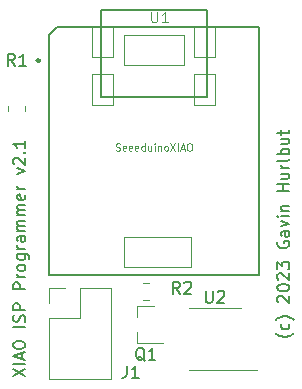
<source format=gbr>
%TF.GenerationSoftware,KiCad,Pcbnew,6.0.11-2627ca5db0~126~ubuntu22.04.1*%
%TF.CreationDate,2023-02-08T16:30:42-05:00*%
%TF.ProjectId,xiao-isp-programmer,7869616f-2d69-4737-902d-70726f677261,2.1*%
%TF.SameCoordinates,Original*%
%TF.FileFunction,Legend,Top*%
%TF.FilePolarity,Positive*%
%FSLAX46Y46*%
G04 Gerber Fmt 4.6, Leading zero omitted, Abs format (unit mm)*
G04 Created by KiCad (PCBNEW 6.0.11-2627ca5db0~126~ubuntu22.04.1) date 2023-02-08 16:30:42*
%MOMM*%
%LPD*%
G01*
G04 APERTURE LIST*
%ADD10C,0.150000*%
%ADD11C,0.101600*%
%ADD12C,0.076200*%
%ADD13C,0.254000*%
%ADD14C,0.127000*%
%ADD15C,0.066040*%
%ADD16C,0.120000*%
G04 APERTURE END LIST*
D10*
X68905333Y-170940952D02*
X68857714Y-170988571D01*
X68714857Y-171083809D01*
X68619619Y-171131428D01*
X68476761Y-171179047D01*
X68238666Y-171226666D01*
X68048190Y-171226666D01*
X67810095Y-171179047D01*
X67667238Y-171131428D01*
X67572000Y-171083809D01*
X67429142Y-170988571D01*
X67381523Y-170940952D01*
X68476761Y-170131428D02*
X68524380Y-170226666D01*
X68524380Y-170417142D01*
X68476761Y-170512380D01*
X68429142Y-170560000D01*
X68333904Y-170607619D01*
X68048190Y-170607619D01*
X67952952Y-170560000D01*
X67905333Y-170512380D01*
X67857714Y-170417142D01*
X67857714Y-170226666D01*
X67905333Y-170131428D01*
X68905333Y-169798095D02*
X68857714Y-169750476D01*
X68714857Y-169655238D01*
X68619619Y-169607619D01*
X68476761Y-169560000D01*
X68238666Y-169512380D01*
X68048190Y-169512380D01*
X67810095Y-169560000D01*
X67667238Y-169607619D01*
X67572000Y-169655238D01*
X67429142Y-169750476D01*
X67381523Y-169798095D01*
X67619619Y-168321904D02*
X67572000Y-168274285D01*
X67524380Y-168179047D01*
X67524380Y-167940952D01*
X67572000Y-167845714D01*
X67619619Y-167798095D01*
X67714857Y-167750476D01*
X67810095Y-167750476D01*
X67952952Y-167798095D01*
X68524380Y-168369523D01*
X68524380Y-167750476D01*
X67524380Y-167131428D02*
X67524380Y-167036190D01*
X67572000Y-166940952D01*
X67619619Y-166893333D01*
X67714857Y-166845714D01*
X67905333Y-166798095D01*
X68143428Y-166798095D01*
X68333904Y-166845714D01*
X68429142Y-166893333D01*
X68476761Y-166940952D01*
X68524380Y-167036190D01*
X68524380Y-167131428D01*
X68476761Y-167226666D01*
X68429142Y-167274285D01*
X68333904Y-167321904D01*
X68143428Y-167369523D01*
X67905333Y-167369523D01*
X67714857Y-167321904D01*
X67619619Y-167274285D01*
X67572000Y-167226666D01*
X67524380Y-167131428D01*
X67619619Y-166417142D02*
X67572000Y-166369523D01*
X67524380Y-166274285D01*
X67524380Y-166036190D01*
X67572000Y-165940952D01*
X67619619Y-165893333D01*
X67714857Y-165845714D01*
X67810095Y-165845714D01*
X67952952Y-165893333D01*
X68524380Y-166464761D01*
X68524380Y-165845714D01*
X67524380Y-165512380D02*
X67524380Y-164893333D01*
X67905333Y-165226666D01*
X67905333Y-165083809D01*
X67952952Y-164988571D01*
X68000571Y-164940952D01*
X68095809Y-164893333D01*
X68333904Y-164893333D01*
X68429142Y-164940952D01*
X68476761Y-164988571D01*
X68524380Y-165083809D01*
X68524380Y-165369523D01*
X68476761Y-165464761D01*
X68429142Y-165512380D01*
X67572000Y-163179047D02*
X67524380Y-163274285D01*
X67524380Y-163417142D01*
X67572000Y-163560000D01*
X67667238Y-163655238D01*
X67762476Y-163702857D01*
X67952952Y-163750476D01*
X68095809Y-163750476D01*
X68286285Y-163702857D01*
X68381523Y-163655238D01*
X68476761Y-163560000D01*
X68524380Y-163417142D01*
X68524380Y-163321904D01*
X68476761Y-163179047D01*
X68429142Y-163131428D01*
X68095809Y-163131428D01*
X68095809Y-163321904D01*
X68524380Y-162274285D02*
X68000571Y-162274285D01*
X67905333Y-162321904D01*
X67857714Y-162417142D01*
X67857714Y-162607619D01*
X67905333Y-162702857D01*
X68476761Y-162274285D02*
X68524380Y-162369523D01*
X68524380Y-162607619D01*
X68476761Y-162702857D01*
X68381523Y-162750476D01*
X68286285Y-162750476D01*
X68191047Y-162702857D01*
X68143428Y-162607619D01*
X68143428Y-162369523D01*
X68095809Y-162274285D01*
X67857714Y-161893333D02*
X68524380Y-161655238D01*
X67857714Y-161417142D01*
X68524380Y-161036190D02*
X67857714Y-161036190D01*
X67524380Y-161036190D02*
X67572000Y-161083809D01*
X67619619Y-161036190D01*
X67572000Y-160988571D01*
X67524380Y-161036190D01*
X67619619Y-161036190D01*
X67857714Y-160560000D02*
X68524380Y-160560000D01*
X67952952Y-160560000D02*
X67905333Y-160512380D01*
X67857714Y-160417142D01*
X67857714Y-160274285D01*
X67905333Y-160179047D01*
X68000571Y-160131428D01*
X68524380Y-160131428D01*
X68524380Y-158893333D02*
X67524380Y-158893333D01*
X68000571Y-158893333D02*
X68000571Y-158321904D01*
X68524380Y-158321904D02*
X67524380Y-158321904D01*
X67857714Y-157417142D02*
X68524380Y-157417142D01*
X67857714Y-157845714D02*
X68381523Y-157845714D01*
X68476761Y-157798095D01*
X68524380Y-157702857D01*
X68524380Y-157560000D01*
X68476761Y-157464761D01*
X68429142Y-157417142D01*
X68524380Y-156940952D02*
X67857714Y-156940952D01*
X68048190Y-156940952D02*
X67952952Y-156893333D01*
X67905333Y-156845714D01*
X67857714Y-156750476D01*
X67857714Y-156655238D01*
X68524380Y-156179047D02*
X68476761Y-156274285D01*
X68381523Y-156321904D01*
X67524380Y-156321904D01*
X68524380Y-155798095D02*
X67524380Y-155798095D01*
X67905333Y-155798095D02*
X67857714Y-155702857D01*
X67857714Y-155512380D01*
X67905333Y-155417142D01*
X67952952Y-155369523D01*
X68048190Y-155321904D01*
X68333904Y-155321904D01*
X68429142Y-155369523D01*
X68476761Y-155417142D01*
X68524380Y-155512380D01*
X68524380Y-155702857D01*
X68476761Y-155798095D01*
X67857714Y-154464761D02*
X68524380Y-154464761D01*
X67857714Y-154893333D02*
X68381523Y-154893333D01*
X68476761Y-154845714D01*
X68524380Y-154750476D01*
X68524380Y-154607619D01*
X68476761Y-154512380D01*
X68429142Y-154464761D01*
X67857714Y-154131428D02*
X67857714Y-153750476D01*
X67524380Y-153988571D02*
X68381523Y-153988571D01*
X68476761Y-153940952D01*
X68524380Y-153845714D01*
X68524380Y-153750476D01*
X45172380Y-174592000D02*
X46172380Y-173925333D01*
X45172380Y-173925333D02*
X46172380Y-174592000D01*
X46172380Y-173544380D02*
X45172380Y-173544380D01*
X45886666Y-173115809D02*
X45886666Y-172639619D01*
X46172380Y-173211047D02*
X45172380Y-172877714D01*
X46172380Y-172544380D01*
X45172380Y-172020571D02*
X45172380Y-171830095D01*
X45220000Y-171734857D01*
X45315238Y-171639619D01*
X45505714Y-171592000D01*
X45839047Y-171592000D01*
X46029523Y-171639619D01*
X46124761Y-171734857D01*
X46172380Y-171830095D01*
X46172380Y-172020571D01*
X46124761Y-172115809D01*
X46029523Y-172211047D01*
X45839047Y-172258666D01*
X45505714Y-172258666D01*
X45315238Y-172211047D01*
X45220000Y-172115809D01*
X45172380Y-172020571D01*
X46172380Y-170401523D02*
X45172380Y-170401523D01*
X46124761Y-169972952D02*
X46172380Y-169830095D01*
X46172380Y-169592000D01*
X46124761Y-169496761D01*
X46077142Y-169449142D01*
X45981904Y-169401523D01*
X45886666Y-169401523D01*
X45791428Y-169449142D01*
X45743809Y-169496761D01*
X45696190Y-169592000D01*
X45648571Y-169782476D01*
X45600952Y-169877714D01*
X45553333Y-169925333D01*
X45458095Y-169972952D01*
X45362857Y-169972952D01*
X45267619Y-169925333D01*
X45220000Y-169877714D01*
X45172380Y-169782476D01*
X45172380Y-169544380D01*
X45220000Y-169401523D01*
X46172380Y-168972952D02*
X45172380Y-168972952D01*
X45172380Y-168592000D01*
X45220000Y-168496761D01*
X45267619Y-168449142D01*
X45362857Y-168401523D01*
X45505714Y-168401523D01*
X45600952Y-168449142D01*
X45648571Y-168496761D01*
X45696190Y-168592000D01*
X45696190Y-168972952D01*
X46172380Y-167211047D02*
X45172380Y-167211047D01*
X45172380Y-166830095D01*
X45220000Y-166734857D01*
X45267619Y-166687238D01*
X45362857Y-166639619D01*
X45505714Y-166639619D01*
X45600952Y-166687238D01*
X45648571Y-166734857D01*
X45696190Y-166830095D01*
X45696190Y-167211047D01*
X46172380Y-166211047D02*
X45505714Y-166211047D01*
X45696190Y-166211047D02*
X45600952Y-166163428D01*
X45553333Y-166115809D01*
X45505714Y-166020571D01*
X45505714Y-165925333D01*
X46172380Y-165449142D02*
X46124761Y-165544380D01*
X46077142Y-165592000D01*
X45981904Y-165639619D01*
X45696190Y-165639619D01*
X45600952Y-165592000D01*
X45553333Y-165544380D01*
X45505714Y-165449142D01*
X45505714Y-165306285D01*
X45553333Y-165211047D01*
X45600952Y-165163428D01*
X45696190Y-165115809D01*
X45981904Y-165115809D01*
X46077142Y-165163428D01*
X46124761Y-165211047D01*
X46172380Y-165306285D01*
X46172380Y-165449142D01*
X45505714Y-164258666D02*
X46315238Y-164258666D01*
X46410476Y-164306285D01*
X46458095Y-164353904D01*
X46505714Y-164449142D01*
X46505714Y-164592000D01*
X46458095Y-164687238D01*
X46124761Y-164258666D02*
X46172380Y-164353904D01*
X46172380Y-164544380D01*
X46124761Y-164639619D01*
X46077142Y-164687238D01*
X45981904Y-164734857D01*
X45696190Y-164734857D01*
X45600952Y-164687238D01*
X45553333Y-164639619D01*
X45505714Y-164544380D01*
X45505714Y-164353904D01*
X45553333Y-164258666D01*
X46172380Y-163782476D02*
X45505714Y-163782476D01*
X45696190Y-163782476D02*
X45600952Y-163734857D01*
X45553333Y-163687238D01*
X45505714Y-163592000D01*
X45505714Y-163496761D01*
X46172380Y-162734857D02*
X45648571Y-162734857D01*
X45553333Y-162782476D01*
X45505714Y-162877714D01*
X45505714Y-163068190D01*
X45553333Y-163163428D01*
X46124761Y-162734857D02*
X46172380Y-162830095D01*
X46172380Y-163068190D01*
X46124761Y-163163428D01*
X46029523Y-163211047D01*
X45934285Y-163211047D01*
X45839047Y-163163428D01*
X45791428Y-163068190D01*
X45791428Y-162830095D01*
X45743809Y-162734857D01*
X46172380Y-162258666D02*
X45505714Y-162258666D01*
X45600952Y-162258666D02*
X45553333Y-162211047D01*
X45505714Y-162115809D01*
X45505714Y-161972952D01*
X45553333Y-161877714D01*
X45648571Y-161830095D01*
X46172380Y-161830095D01*
X45648571Y-161830095D02*
X45553333Y-161782476D01*
X45505714Y-161687238D01*
X45505714Y-161544380D01*
X45553333Y-161449142D01*
X45648571Y-161401523D01*
X46172380Y-161401523D01*
X46172380Y-160925333D02*
X45505714Y-160925333D01*
X45600952Y-160925333D02*
X45553333Y-160877714D01*
X45505714Y-160782476D01*
X45505714Y-160639619D01*
X45553333Y-160544380D01*
X45648571Y-160496761D01*
X46172380Y-160496761D01*
X45648571Y-160496761D02*
X45553333Y-160449142D01*
X45505714Y-160353904D01*
X45505714Y-160211047D01*
X45553333Y-160115809D01*
X45648571Y-160068190D01*
X46172380Y-160068190D01*
X46124761Y-159211047D02*
X46172380Y-159306285D01*
X46172380Y-159496761D01*
X46124761Y-159592000D01*
X46029523Y-159639619D01*
X45648571Y-159639619D01*
X45553333Y-159592000D01*
X45505714Y-159496761D01*
X45505714Y-159306285D01*
X45553333Y-159211047D01*
X45648571Y-159163428D01*
X45743809Y-159163428D01*
X45839047Y-159639619D01*
X46172380Y-158734857D02*
X45505714Y-158734857D01*
X45696190Y-158734857D02*
X45600952Y-158687238D01*
X45553333Y-158639619D01*
X45505714Y-158544380D01*
X45505714Y-158449142D01*
X45505714Y-157449142D02*
X46172380Y-157211047D01*
X45505714Y-156972952D01*
X45267619Y-156639619D02*
X45220000Y-156592000D01*
X45172380Y-156496761D01*
X45172380Y-156258666D01*
X45220000Y-156163428D01*
X45267619Y-156115809D01*
X45362857Y-156068190D01*
X45458095Y-156068190D01*
X45600952Y-156115809D01*
X46172380Y-156687238D01*
X46172380Y-156068190D01*
X46077142Y-155639619D02*
X46124761Y-155592000D01*
X46172380Y-155639619D01*
X46124761Y-155687238D01*
X46077142Y-155639619D01*
X46172380Y-155639619D01*
X46172380Y-154639619D02*
X46172380Y-155211047D01*
X46172380Y-154925333D02*
X45172380Y-154925333D01*
X45315238Y-155020571D01*
X45410476Y-155115809D01*
X45458095Y-155211047D01*
D11*
%TO.C,U1*%
X56840167Y-143729287D02*
X56840167Y-144448954D01*
X56882501Y-144533621D01*
X56924834Y-144575954D01*
X57009501Y-144618287D01*
X57178834Y-144618287D01*
X57263501Y-144575954D01*
X57305834Y-144533621D01*
X57348167Y-144448954D01*
X57348167Y-143729287D01*
X58237167Y-144618287D02*
X57729167Y-144618287D01*
X57983167Y-144618287D02*
X57983167Y-143729287D01*
X57898501Y-143856287D01*
X57813834Y-143940954D01*
X57729167Y-143983287D01*
D12*
X53850829Y-155448363D02*
X53937915Y-155477392D01*
X54083058Y-155477392D01*
X54141115Y-155448363D01*
X54170143Y-155419335D01*
X54199172Y-155361278D01*
X54199172Y-155303221D01*
X54170143Y-155245163D01*
X54141115Y-155216135D01*
X54083058Y-155187106D01*
X53966943Y-155158078D01*
X53908886Y-155129049D01*
X53879858Y-155100021D01*
X53850829Y-155041963D01*
X53850829Y-154983906D01*
X53879858Y-154925849D01*
X53908886Y-154896821D01*
X53966943Y-154867792D01*
X54112086Y-154867792D01*
X54199172Y-154896821D01*
X54692658Y-155448363D02*
X54634601Y-155477392D01*
X54518486Y-155477392D01*
X54460429Y-155448363D01*
X54431401Y-155390306D01*
X54431401Y-155158078D01*
X54460429Y-155100021D01*
X54518486Y-155070992D01*
X54634601Y-155070992D01*
X54692658Y-155100021D01*
X54721686Y-155158078D01*
X54721686Y-155216135D01*
X54431401Y-155274192D01*
X55215172Y-155448363D02*
X55157115Y-155477392D01*
X55041001Y-155477392D01*
X54982943Y-155448363D01*
X54953915Y-155390306D01*
X54953915Y-155158078D01*
X54982943Y-155100021D01*
X55041001Y-155070992D01*
X55157115Y-155070992D01*
X55215172Y-155100021D01*
X55244201Y-155158078D01*
X55244201Y-155216135D01*
X54953915Y-155274192D01*
X55737686Y-155448363D02*
X55679629Y-155477392D01*
X55563515Y-155477392D01*
X55505458Y-155448363D01*
X55476429Y-155390306D01*
X55476429Y-155158078D01*
X55505458Y-155100021D01*
X55563515Y-155070992D01*
X55679629Y-155070992D01*
X55737686Y-155100021D01*
X55766715Y-155158078D01*
X55766715Y-155216135D01*
X55476429Y-155274192D01*
X56289229Y-155477392D02*
X56289229Y-154867792D01*
X56289229Y-155448363D02*
X56231172Y-155477392D01*
X56115058Y-155477392D01*
X56057001Y-155448363D01*
X56027972Y-155419335D01*
X55998943Y-155361278D01*
X55998943Y-155187106D01*
X56027972Y-155129049D01*
X56057001Y-155100021D01*
X56115058Y-155070992D01*
X56231172Y-155070992D01*
X56289229Y-155100021D01*
X56840772Y-155070992D02*
X56840772Y-155477392D01*
X56579515Y-155070992D02*
X56579515Y-155390306D01*
X56608543Y-155448363D01*
X56666601Y-155477392D01*
X56753686Y-155477392D01*
X56811743Y-155448363D01*
X56840772Y-155419335D01*
X57131058Y-155477392D02*
X57131058Y-155070992D01*
X57131058Y-154867792D02*
X57102029Y-154896821D01*
X57131058Y-154925849D01*
X57160086Y-154896821D01*
X57131058Y-154867792D01*
X57131058Y-154925849D01*
X57421343Y-155070992D02*
X57421343Y-155477392D01*
X57421343Y-155129049D02*
X57450372Y-155100021D01*
X57508429Y-155070992D01*
X57595515Y-155070992D01*
X57653572Y-155100021D01*
X57682601Y-155158078D01*
X57682601Y-155477392D01*
X58059972Y-155477392D02*
X58001915Y-155448363D01*
X57972886Y-155419335D01*
X57943858Y-155361278D01*
X57943858Y-155187106D01*
X57972886Y-155129049D01*
X58001915Y-155100021D01*
X58059972Y-155070992D01*
X58147058Y-155070992D01*
X58205115Y-155100021D01*
X58234143Y-155129049D01*
X58263172Y-155187106D01*
X58263172Y-155361278D01*
X58234143Y-155419335D01*
X58205115Y-155448363D01*
X58147058Y-155477392D01*
X58059972Y-155477392D01*
X58466372Y-154867792D02*
X58872772Y-155477392D01*
X58872772Y-154867792D02*
X58466372Y-155477392D01*
X59105001Y-155477392D02*
X59105001Y-154867792D01*
X59366258Y-155303221D02*
X59656543Y-155303221D01*
X59308201Y-155477392D02*
X59511401Y-154867792D01*
X59714601Y-155477392D01*
X60033915Y-154867792D02*
X60150029Y-154867792D01*
X60208086Y-154896821D01*
X60266143Y-154954878D01*
X60295172Y-155070992D01*
X60295172Y-155274192D01*
X60266143Y-155390306D01*
X60208086Y-155448363D01*
X60150029Y-155477392D01*
X60033915Y-155477392D01*
X59975858Y-155448363D01*
X59917801Y-155390306D01*
X59888772Y-155274192D01*
X59888772Y-155070992D01*
X59917801Y-154954878D01*
X59975858Y-154896821D01*
X60033915Y-154867792D01*
D10*
%TO.C,J1*%
X54784666Y-173696380D02*
X54784666Y-174410666D01*
X54737047Y-174553523D01*
X54641809Y-174648761D01*
X54498952Y-174696380D01*
X54403714Y-174696380D01*
X55784666Y-174696380D02*
X55213238Y-174696380D01*
X55498952Y-174696380D02*
X55498952Y-173696380D01*
X55403714Y-173839238D01*
X55308476Y-173934476D01*
X55213238Y-173982095D01*
%TO.C,Q1*%
X56292761Y-173267619D02*
X56197523Y-173220000D01*
X56102285Y-173124761D01*
X55959428Y-172981904D01*
X55864190Y-172934285D01*
X55768952Y-172934285D01*
X55816571Y-173172380D02*
X55721333Y-173124761D01*
X55626095Y-173029523D01*
X55578476Y-172839047D01*
X55578476Y-172505714D01*
X55626095Y-172315238D01*
X55721333Y-172220000D01*
X55816571Y-172172380D01*
X56007047Y-172172380D01*
X56102285Y-172220000D01*
X56197523Y-172315238D01*
X56245142Y-172505714D01*
X56245142Y-172839047D01*
X56197523Y-173029523D01*
X56102285Y-173124761D01*
X56007047Y-173172380D01*
X55816571Y-173172380D01*
X57197523Y-173172380D02*
X56626095Y-173172380D01*
X56911809Y-173172380D02*
X56911809Y-172172380D01*
X56816571Y-172315238D01*
X56721333Y-172410476D01*
X56626095Y-172458095D01*
%TO.C,R2*%
X59269333Y-167584380D02*
X58936000Y-167108190D01*
X58697904Y-167584380D02*
X58697904Y-166584380D01*
X59078857Y-166584380D01*
X59174095Y-166632000D01*
X59221714Y-166679619D01*
X59269333Y-166774857D01*
X59269333Y-166917714D01*
X59221714Y-167012952D01*
X59174095Y-167060571D01*
X59078857Y-167108190D01*
X58697904Y-167108190D01*
X59650285Y-166679619D02*
X59697904Y-166632000D01*
X59793142Y-166584380D01*
X60031238Y-166584380D01*
X60126476Y-166632000D01*
X60174095Y-166679619D01*
X60221714Y-166774857D01*
X60221714Y-166870095D01*
X60174095Y-167012952D01*
X59602666Y-167584380D01*
X60221714Y-167584380D01*
%TO.C,U2*%
X61468095Y-167346380D02*
X61468095Y-168155904D01*
X61515714Y-168251142D01*
X61563333Y-168298761D01*
X61658571Y-168346380D01*
X61849047Y-168346380D01*
X61944285Y-168298761D01*
X61991904Y-168251142D01*
X62039523Y-168155904D01*
X62039523Y-167346380D01*
X62468095Y-167441619D02*
X62515714Y-167394000D01*
X62610952Y-167346380D01*
X62849047Y-167346380D01*
X62944285Y-167394000D01*
X62991904Y-167441619D01*
X63039523Y-167536857D01*
X63039523Y-167632095D01*
X62991904Y-167774952D01*
X62420476Y-168346380D01*
X63039523Y-168346380D01*
%TO.C,R1*%
X45299333Y-148280380D02*
X44966000Y-147804190D01*
X44727904Y-148280380D02*
X44727904Y-147280380D01*
X45108857Y-147280380D01*
X45204095Y-147328000D01*
X45251714Y-147375619D01*
X45299333Y-147470857D01*
X45299333Y-147613714D01*
X45251714Y-147708952D01*
X45204095Y-147756571D01*
X45108857Y-147804190D01*
X44727904Y-147804190D01*
X46251714Y-148280380D02*
X45680285Y-148280380D01*
X45966000Y-148280380D02*
X45966000Y-147280380D01*
X45870761Y-147423238D01*
X45775523Y-147518476D01*
X45680285Y-147566095D01*
%TO.C,U1*%
D13*
X47421001Y-147835621D02*
G75*
G03*
X47421001Y-147835621I-127000J0D01*
G01*
D14*
X52577201Y-150926801D02*
X52577201Y-143573501D01*
X61576421Y-150926801D02*
X52577201Y-150926801D01*
X61576421Y-143573501D02*
X61576421Y-150926801D01*
X52582281Y-143573501D02*
X61576421Y-143573501D01*
X48183001Y-145669001D02*
X48183001Y-165996621D01*
X48853561Y-144998441D02*
X48183001Y-145669001D01*
X65980781Y-144998441D02*
X48853561Y-144998441D01*
X65980781Y-165996621D02*
X65980781Y-144998441D01*
X48183001Y-165996621D02*
X65980781Y-165996621D01*
D15*
X60502001Y-147581621D02*
X60502001Y-144914621D01*
X60502001Y-144914621D02*
X62280001Y-144914621D01*
X62280001Y-147581621D02*
X62280001Y-144914621D01*
X60502001Y-147581621D02*
X62280001Y-147581621D01*
X60502001Y-151648161D02*
X60502001Y-148978621D01*
X60502001Y-148978621D02*
X62280001Y-148978621D01*
X62280001Y-151648161D02*
X62280001Y-148978621D01*
X60502001Y-151648161D02*
X62280001Y-151648161D01*
X51866001Y-151648161D02*
X51866001Y-148978621D01*
X51866001Y-148978621D02*
X53644001Y-148978621D01*
X53644001Y-151648161D02*
X53644001Y-148978621D01*
X51866001Y-151648161D02*
X53644001Y-151648161D01*
X51866001Y-147581621D02*
X51866001Y-144914621D01*
X51866001Y-144914621D02*
X53644001Y-144914621D01*
X53644001Y-147581621D02*
X53644001Y-144914621D01*
X51866001Y-147581621D02*
X53644001Y-147581621D01*
X54533001Y-165361621D02*
X54533001Y-162821621D01*
X54533001Y-162821621D02*
X60248001Y-162821621D01*
X60248001Y-165361621D02*
X60248001Y-162821621D01*
X54533001Y-165361621D02*
X60248001Y-165361621D01*
X54533001Y-148216621D02*
X54533001Y-145676621D01*
X54533001Y-145676621D02*
X59613001Y-145676621D01*
X59613001Y-148216621D02*
X59613001Y-145676621D01*
X54533001Y-148216621D02*
X59613001Y-148216621D01*
D16*
%TO.C,J1*%
X48200000Y-174812000D02*
X53400000Y-174812000D01*
X48200000Y-169672000D02*
X48200000Y-174812000D01*
X53400000Y-167072000D02*
X53400000Y-174812000D01*
X48200000Y-169672000D02*
X50800000Y-169672000D01*
X50800000Y-169672000D02*
X50800000Y-167072000D01*
X50800000Y-167072000D02*
X53400000Y-167072000D01*
X48200000Y-168402000D02*
X48200000Y-167072000D01*
X48200000Y-167072000D02*
X49530000Y-167072000D01*
%TO.C,Q1*%
X55644000Y-168600000D02*
X55644000Y-169530000D01*
X55644000Y-171760000D02*
X55644000Y-170830000D01*
X55644000Y-171760000D02*
X57804000Y-171760000D01*
X55644000Y-168600000D02*
X57104000Y-168600000D01*
%TO.C,R2*%
X56631064Y-168121000D02*
X56176936Y-168121000D01*
X56631064Y-166651000D02*
X56176936Y-166651000D01*
%TO.C,U2*%
X62230000Y-168840000D02*
X60030000Y-168840000D01*
X62230000Y-168840000D02*
X64430000Y-168840000D01*
X62230000Y-174060000D02*
X60030000Y-174060000D01*
X62230000Y-174060000D02*
X65830000Y-174060000D01*
%TO.C,R1*%
X44731000Y-152135064D02*
X44731000Y-151680936D01*
X46201000Y-152135064D02*
X46201000Y-151680936D01*
%TD*%
M02*

</source>
